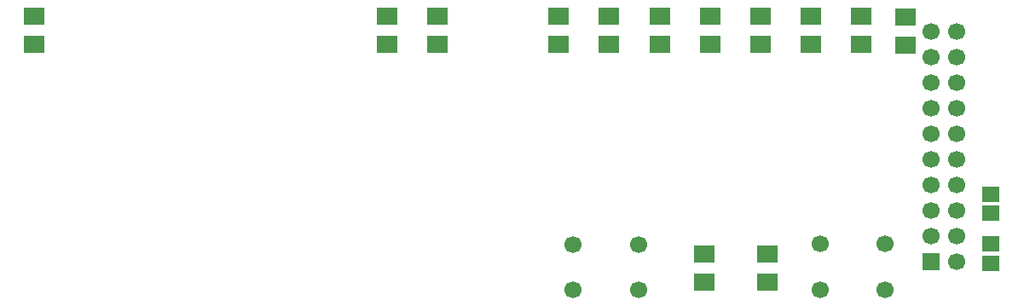
<source format=gts>
%FSLAX42Y42*%
%MOMM*%
G71*
G01*
G75*
%ADD10C,0.50*%
%ADD11R,1.50X1.30*%
%ADD12R,1.80X1.60*%
%ADD13C,1.50*%
%ADD14R,1.50X1.50*%
%ADD15C,0.40*%
%ADD16C,0.30*%
%ADD17C,1.00*%
%ADD18C,0.25*%
%ADD19R,0.63X1.86*%
%ADD20R,0.25X0.36*%
%ADD21C,0.80*%
%ADD22C,0.20*%
%ADD23C,0.60*%
%ADD24R,1.70X1.50*%
%ADD25R,2.00X1.80*%
%ADD26C,1.70*%
%ADD27R,1.70X1.70*%
D24*
X10000Y-2845D02*
D03*
Y-2655D02*
D03*
Y-3340D02*
D03*
Y-3150D02*
D03*
D25*
X6207Y-884D02*
D03*
Y-1164D02*
D03*
X7150Y-3251D02*
D03*
Y-3531D02*
D03*
X7775Y-3530D02*
D03*
X500Y-1164D02*
D03*
Y-884D02*
D03*
X4000Y-1164D02*
D03*
Y-884D02*
D03*
X4500Y-1164D02*
D03*
Y-884D02*
D03*
X5707Y-1164D02*
D03*
Y-884D02*
D03*
X6707Y-1164D02*
D03*
Y-884D02*
D03*
X7207Y-1164D02*
D03*
Y-884D02*
D03*
X7707Y-1164D02*
D03*
Y-884D02*
D03*
X8207Y-1164D02*
D03*
Y-884D02*
D03*
X8707Y-1164D02*
D03*
Y-884D02*
D03*
X9150Y-1175D02*
D03*
Y-895D02*
D03*
X7775Y-3250D02*
D03*
D26*
X6500Y-3607D02*
D03*
X5850D02*
D03*
X6500Y-3157D02*
D03*
X5850D02*
D03*
X8950Y-3150D02*
D03*
X8300D02*
D03*
Y-3600D02*
D03*
X8950D02*
D03*
X9654Y-3328D02*
D03*
X9400Y-2820D02*
D03*
X9654Y-2566D02*
D03*
X9400D02*
D03*
X9654Y-2312D02*
D03*
X9400D02*
D03*
X9654Y-2058D02*
D03*
X9400D02*
D03*
X9654Y-1804D02*
D03*
X9400D02*
D03*
X9654Y-1550D02*
D03*
X9400D02*
D03*
X9654Y-1296D02*
D03*
X9400D02*
D03*
X9654Y-1042D02*
D03*
X9400D02*
D03*
Y-3074D02*
D03*
X9654D02*
D03*
Y-2820D02*
D03*
D27*
X9400Y-3328D02*
D03*
M02*

</source>
